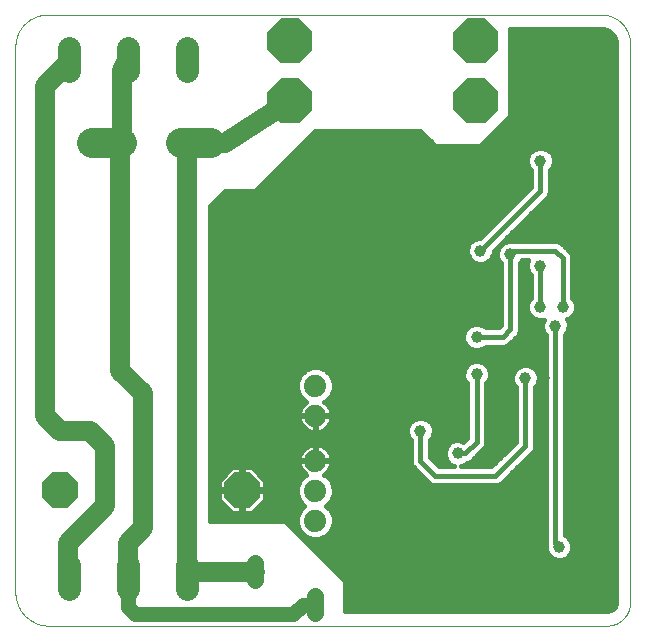
<source format=gbl>
G75*
%MOIN*%
%OFA0B0*%
%FSLAX25Y25*%
%IPPOS*%
%LPD*%
%AMOC8*
5,1,8,0,0,1.08239X$1,22.5*
%
%ADD10C,0.00000*%
%ADD11OC8,0.15000*%
%ADD12C,0.05600*%
%ADD13C,0.10000*%
%ADD14OC8,0.11811*%
%ADD15C,0.07800*%
%ADD16C,0.07400*%
%ADD17C,0.03962*%
%ADD18C,0.01600*%
%ADD19C,0.06600*%
%ADD20C,0.05000*%
D10*
X0012329Y0009583D02*
X0198239Y0009583D01*
X0198428Y0009585D01*
X0198617Y0009592D01*
X0198806Y0009604D01*
X0198995Y0009620D01*
X0199183Y0009640D01*
X0199370Y0009665D01*
X0199557Y0009695D01*
X0199744Y0009729D01*
X0199929Y0009767D01*
X0200113Y0009811D01*
X0200296Y0009858D01*
X0200478Y0009910D01*
X0200659Y0009966D01*
X0200838Y0010027D01*
X0201016Y0010092D01*
X0201192Y0010161D01*
X0201366Y0010235D01*
X0201539Y0010312D01*
X0201710Y0010394D01*
X0201878Y0010480D01*
X0202045Y0010570D01*
X0202209Y0010664D01*
X0202371Y0010762D01*
X0202530Y0010864D01*
X0202688Y0010969D01*
X0202842Y0011079D01*
X0202994Y0011192D01*
X0203143Y0011308D01*
X0203289Y0011429D01*
X0203432Y0011552D01*
X0203572Y0011680D01*
X0203709Y0011810D01*
X0203843Y0011944D01*
X0203973Y0012081D01*
X0204101Y0012221D01*
X0204224Y0012364D01*
X0204345Y0012510D01*
X0204461Y0012659D01*
X0204574Y0012811D01*
X0204684Y0012965D01*
X0204789Y0013123D01*
X0204891Y0013282D01*
X0204989Y0013444D01*
X0205083Y0013608D01*
X0205173Y0013775D01*
X0205259Y0013943D01*
X0205341Y0014114D01*
X0205418Y0014287D01*
X0205492Y0014461D01*
X0205561Y0014637D01*
X0205626Y0014815D01*
X0205687Y0014994D01*
X0205743Y0015175D01*
X0205795Y0015357D01*
X0205842Y0015540D01*
X0205886Y0015724D01*
X0205924Y0015909D01*
X0205958Y0016096D01*
X0205988Y0016283D01*
X0206013Y0016470D01*
X0206033Y0016658D01*
X0206049Y0016847D01*
X0206061Y0017036D01*
X0206068Y0017225D01*
X0206070Y0017414D01*
X0206070Y0203613D01*
X0206067Y0203847D01*
X0206059Y0204080D01*
X0206045Y0204314D01*
X0206025Y0204546D01*
X0205999Y0204779D01*
X0205969Y0205010D01*
X0205932Y0205241D01*
X0205890Y0205471D01*
X0205842Y0205700D01*
X0205789Y0205927D01*
X0205730Y0206154D01*
X0205666Y0206378D01*
X0205597Y0206602D01*
X0205522Y0206823D01*
X0205442Y0207042D01*
X0205356Y0207260D01*
X0205265Y0207475D01*
X0205169Y0207688D01*
X0205068Y0207899D01*
X0204962Y0208107D01*
X0204851Y0208313D01*
X0204735Y0208516D01*
X0204614Y0208716D01*
X0204489Y0208913D01*
X0204358Y0209107D01*
X0204223Y0209297D01*
X0204083Y0209485D01*
X0203939Y0209669D01*
X0203791Y0209849D01*
X0203638Y0210026D01*
X0203481Y0210199D01*
X0203320Y0210368D01*
X0203154Y0210534D01*
X0202985Y0210695D01*
X0202812Y0210852D01*
X0202635Y0211005D01*
X0202455Y0211153D01*
X0202271Y0211297D01*
X0202083Y0211437D01*
X0201893Y0211572D01*
X0201699Y0211703D01*
X0201502Y0211828D01*
X0201302Y0211949D01*
X0201099Y0212065D01*
X0200893Y0212176D01*
X0200685Y0212282D01*
X0200474Y0212383D01*
X0200261Y0212479D01*
X0200046Y0212570D01*
X0199828Y0212656D01*
X0199609Y0212736D01*
X0199388Y0212811D01*
X0199164Y0212880D01*
X0198940Y0212944D01*
X0198713Y0213003D01*
X0198486Y0213056D01*
X0198257Y0213104D01*
X0198027Y0213146D01*
X0197796Y0213183D01*
X0197565Y0213213D01*
X0197332Y0213239D01*
X0197100Y0213259D01*
X0196866Y0213273D01*
X0196633Y0213281D01*
X0196399Y0213284D01*
X0011812Y0213284D01*
X0011554Y0213281D01*
X0011297Y0213272D01*
X0011040Y0213256D01*
X0010783Y0213234D01*
X0010527Y0213206D01*
X0010271Y0213172D01*
X0010017Y0213132D01*
X0009763Y0213085D01*
X0009511Y0213033D01*
X0009260Y0212974D01*
X0009011Y0212909D01*
X0008763Y0212839D01*
X0008517Y0212762D01*
X0008273Y0212680D01*
X0008031Y0212591D01*
X0007791Y0212497D01*
X0007554Y0212397D01*
X0007319Y0212291D01*
X0007086Y0212180D01*
X0006857Y0212063D01*
X0006630Y0211940D01*
X0006406Y0211812D01*
X0006186Y0211679D01*
X0005969Y0211540D01*
X0005755Y0211396D01*
X0005544Y0211248D01*
X0005338Y0211094D01*
X0005135Y0210935D01*
X0004936Y0210771D01*
X0004741Y0210602D01*
X0004550Y0210429D01*
X0004364Y0210251D01*
X0004182Y0210069D01*
X0004004Y0209883D01*
X0003831Y0209692D01*
X0003662Y0209497D01*
X0003498Y0209298D01*
X0003339Y0209095D01*
X0003185Y0208889D01*
X0003037Y0208678D01*
X0002893Y0208464D01*
X0002754Y0208247D01*
X0002621Y0208027D01*
X0002493Y0207803D01*
X0002370Y0207576D01*
X0002253Y0207347D01*
X0002142Y0207114D01*
X0002036Y0206879D01*
X0001936Y0206642D01*
X0001842Y0206402D01*
X0001753Y0206160D01*
X0001671Y0205916D01*
X0001594Y0205670D01*
X0001524Y0205422D01*
X0001459Y0205173D01*
X0001400Y0204922D01*
X0001348Y0204670D01*
X0001301Y0204416D01*
X0001261Y0204162D01*
X0001227Y0203906D01*
X0001199Y0203650D01*
X0001177Y0203393D01*
X0001161Y0203136D01*
X0001152Y0202879D01*
X0001149Y0202621D01*
X0001149Y0020764D01*
X0001152Y0020494D01*
X0001162Y0020224D01*
X0001178Y0019954D01*
X0001201Y0019685D01*
X0001231Y0019416D01*
X0001266Y0019149D01*
X0001309Y0018882D01*
X0001357Y0018616D01*
X0001412Y0018352D01*
X0001474Y0018088D01*
X0001542Y0017827D01*
X0001616Y0017567D01*
X0001696Y0017309D01*
X0001783Y0017053D01*
X0001876Y0016800D01*
X0001974Y0016548D01*
X0002079Y0016299D01*
X0002190Y0016053D01*
X0002307Y0015809D01*
X0002430Y0015568D01*
X0002558Y0015331D01*
X0002692Y0015096D01*
X0002832Y0014865D01*
X0002977Y0014637D01*
X0003128Y0014413D01*
X0003284Y0014193D01*
X0003446Y0013976D01*
X0003612Y0013763D01*
X0003784Y0013555D01*
X0003961Y0013350D01*
X0004142Y0013150D01*
X0004329Y0012955D01*
X0004520Y0012764D01*
X0004715Y0012577D01*
X0004915Y0012396D01*
X0005120Y0012219D01*
X0005328Y0012047D01*
X0005541Y0011881D01*
X0005758Y0011719D01*
X0005978Y0011563D01*
X0006202Y0011412D01*
X0006430Y0011267D01*
X0006661Y0011127D01*
X0006896Y0010993D01*
X0007133Y0010865D01*
X0007374Y0010742D01*
X0007618Y0010625D01*
X0007864Y0010514D01*
X0008113Y0010409D01*
X0008365Y0010311D01*
X0008618Y0010218D01*
X0008874Y0010131D01*
X0009132Y0010051D01*
X0009392Y0009977D01*
X0009653Y0009909D01*
X0009917Y0009847D01*
X0010181Y0009792D01*
X0010447Y0009744D01*
X0010714Y0009701D01*
X0010981Y0009666D01*
X0011250Y0009636D01*
X0011519Y0009613D01*
X0011789Y0009597D01*
X0012059Y0009587D01*
X0012329Y0009584D01*
D11*
X0092649Y0184583D03*
X0092649Y0204583D03*
X0154649Y0204583D03*
X0154649Y0184583D03*
D12*
X0081149Y0030383D02*
X0081149Y0024783D01*
X0101149Y0019383D02*
X0101149Y0013783D01*
D13*
X0066227Y0170528D02*
X0056227Y0170528D01*
X0036542Y0170528D02*
X0026542Y0170528D01*
D14*
X0016070Y0054780D03*
X0076700Y0054780D03*
D15*
X0058349Y0029733D02*
X0058349Y0021933D01*
X0038649Y0021933D02*
X0038649Y0029733D01*
X0018949Y0029733D02*
X0018949Y0021933D01*
X0018949Y0194433D02*
X0018949Y0202233D01*
X0038649Y0202233D02*
X0038649Y0194433D01*
X0058349Y0194433D02*
X0058349Y0202233D01*
D16*
X0101149Y0089583D03*
X0101149Y0079583D03*
X0101149Y0064583D03*
X0101149Y0054583D03*
X0101149Y0044583D03*
D17*
X0136149Y0074583D03*
X0148590Y0067024D03*
X0154899Y0093333D03*
X0154899Y0105833D03*
X0171149Y0092083D03*
X0177399Y0092083D03*
X0181149Y0109583D03*
X0183649Y0115833D03*
X0176149Y0115833D03*
X0176149Y0129583D03*
X0166149Y0133333D03*
X0156149Y0134583D03*
X0136149Y0124583D03*
X0176149Y0164583D03*
X0182399Y0035833D03*
D18*
X0181149Y0037083D01*
X0181149Y0109583D01*
X0177949Y0106587D02*
X0177949Y0036447D01*
X0178018Y0036280D01*
X0178018Y0034962D01*
X0178685Y0033352D01*
X0179917Y0032119D01*
X0181527Y0031452D01*
X0183270Y0031452D01*
X0184880Y0032119D01*
X0186113Y0033352D01*
X0186780Y0034962D01*
X0186780Y0036705D01*
X0186113Y0038315D01*
X0184880Y0039547D01*
X0184349Y0039768D01*
X0184349Y0106587D01*
X0184863Y0107102D01*
X0185530Y0108712D01*
X0185530Y0110455D01*
X0185029Y0111663D01*
X0186130Y0112119D01*
X0187363Y0113352D01*
X0188030Y0114962D01*
X0188030Y0116705D01*
X0187363Y0118315D01*
X0186849Y0118829D01*
X0186849Y0132720D01*
X0186362Y0133896D01*
X0183862Y0136396D01*
X0182961Y0137296D01*
X0181785Y0137783D01*
X0166762Y0137783D01*
X0166596Y0137714D01*
X0165277Y0137714D01*
X0163667Y0137047D01*
X0162435Y0135815D01*
X0161768Y0134205D01*
X0161768Y0132462D01*
X0162435Y0130852D01*
X0162949Y0130337D01*
X0162949Y0109659D01*
X0162323Y0109033D01*
X0157895Y0109033D01*
X0157380Y0109547D01*
X0155770Y0110214D01*
X0154027Y0110214D01*
X0152417Y0109547D01*
X0151185Y0108315D01*
X0150518Y0106705D01*
X0150518Y0104962D01*
X0151185Y0103352D01*
X0152417Y0102119D01*
X0154027Y0101452D01*
X0155770Y0101452D01*
X0157380Y0102119D01*
X0157895Y0102633D01*
X0164285Y0102633D01*
X0165461Y0103120D01*
X0167961Y0105620D01*
X0167961Y0105620D01*
X0168862Y0106521D01*
X0169349Y0107697D01*
X0169349Y0130337D01*
X0169863Y0130852D01*
X0170083Y0131383D01*
X0172152Y0131383D01*
X0171768Y0130455D01*
X0171768Y0128712D01*
X0172435Y0127102D01*
X0172949Y0126587D01*
X0172949Y0118829D01*
X0172435Y0118315D01*
X0171768Y0116705D01*
X0171768Y0114962D01*
X0172435Y0113352D01*
X0173667Y0112119D01*
X0175277Y0111452D01*
X0177020Y0111452D01*
X0177214Y0111533D01*
X0176768Y0110455D01*
X0176768Y0108712D01*
X0177435Y0107102D01*
X0177949Y0106587D01*
X0177444Y0107093D02*
X0169098Y0107093D01*
X0169349Y0108691D02*
X0176776Y0108691D01*
X0176768Y0110290D02*
X0169349Y0110290D01*
X0169349Y0111888D02*
X0174225Y0111888D01*
X0172379Y0113487D02*
X0169349Y0113487D01*
X0169349Y0115085D02*
X0171768Y0115085D01*
X0171768Y0116684D02*
X0169349Y0116684D01*
X0169349Y0118282D02*
X0172421Y0118282D01*
X0172949Y0119881D02*
X0169349Y0119881D01*
X0169349Y0121479D02*
X0172949Y0121479D01*
X0172949Y0123078D02*
X0169349Y0123078D01*
X0169349Y0124676D02*
X0172949Y0124676D01*
X0172949Y0126275D02*
X0169349Y0126275D01*
X0169349Y0127873D02*
X0172115Y0127873D01*
X0171768Y0129472D02*
X0169349Y0129472D01*
X0169953Y0131070D02*
X0172023Y0131070D01*
X0176149Y0129583D02*
X0176149Y0115833D01*
X0183649Y0115833D02*
X0183649Y0132083D01*
X0181149Y0134583D01*
X0167399Y0134583D01*
X0166149Y0133333D01*
X0166149Y0108333D01*
X0163649Y0105833D01*
X0154899Y0105833D01*
X0150959Y0103895D02*
X0066149Y0103895D01*
X0066149Y0102297D02*
X0152239Y0102297D01*
X0150518Y0105494D02*
X0066149Y0105494D01*
X0066149Y0107093D02*
X0150678Y0107093D01*
X0151561Y0108691D02*
X0066149Y0108691D01*
X0066149Y0110290D02*
X0162949Y0110290D01*
X0162949Y0111888D02*
X0066149Y0111888D01*
X0066149Y0113487D02*
X0162949Y0113487D01*
X0162949Y0115085D02*
X0066149Y0115085D01*
X0066149Y0116684D02*
X0162949Y0116684D01*
X0162949Y0118282D02*
X0066149Y0118282D01*
X0066149Y0119881D02*
X0162949Y0119881D01*
X0162949Y0121479D02*
X0066149Y0121479D01*
X0066149Y0123078D02*
X0162949Y0123078D01*
X0162949Y0124676D02*
X0066149Y0124676D01*
X0066149Y0126275D02*
X0162949Y0126275D01*
X0162949Y0127873D02*
X0066149Y0127873D01*
X0066149Y0129472D02*
X0162949Y0129472D01*
X0162344Y0131070D02*
X0158831Y0131070D01*
X0158630Y0130869D02*
X0159863Y0132102D01*
X0160530Y0133712D01*
X0160530Y0134439D01*
X0177961Y0151870D01*
X0178862Y0152771D01*
X0179349Y0153947D01*
X0179349Y0161588D01*
X0179863Y0162102D01*
X0180530Y0163712D01*
X0180530Y0165455D01*
X0179863Y0167065D01*
X0178630Y0168297D01*
X0177020Y0168964D01*
X0175277Y0168964D01*
X0173667Y0168297D01*
X0172435Y0167065D01*
X0171768Y0165455D01*
X0171768Y0163712D01*
X0172435Y0162102D01*
X0172949Y0161588D01*
X0172949Y0155909D01*
X0156004Y0138964D01*
X0155277Y0138964D01*
X0153667Y0138297D01*
X0152435Y0137065D01*
X0151768Y0135455D01*
X0151768Y0133712D01*
X0152435Y0132102D01*
X0153667Y0130869D01*
X0155277Y0130202D01*
X0157020Y0130202D01*
X0158630Y0130869D01*
X0160098Y0132669D02*
X0161768Y0132669D01*
X0161793Y0134267D02*
X0160530Y0134267D01*
X0161957Y0135866D02*
X0162485Y0135866D01*
X0163555Y0137464D02*
X0164673Y0137464D01*
X0165154Y0139063D02*
X0201270Y0139063D01*
X0201270Y0140661D02*
X0166752Y0140661D01*
X0168351Y0142260D02*
X0201270Y0142260D01*
X0201270Y0143858D02*
X0169949Y0143858D01*
X0171548Y0145457D02*
X0201270Y0145457D01*
X0201270Y0147055D02*
X0173146Y0147055D01*
X0174745Y0148654D02*
X0201270Y0148654D01*
X0201270Y0150252D02*
X0176343Y0150252D01*
X0177942Y0151851D02*
X0201270Y0151851D01*
X0201270Y0153449D02*
X0179143Y0153449D01*
X0179349Y0155048D02*
X0201270Y0155048D01*
X0201270Y0156646D02*
X0179349Y0156646D01*
X0179349Y0158245D02*
X0201270Y0158245D01*
X0201270Y0159843D02*
X0179349Y0159843D01*
X0179349Y0161442D02*
X0201270Y0161442D01*
X0201270Y0163040D02*
X0180252Y0163040D01*
X0180530Y0164639D02*
X0201270Y0164639D01*
X0201270Y0166237D02*
X0180206Y0166237D01*
X0179092Y0167836D02*
X0201270Y0167836D01*
X0201270Y0169434D02*
X0096000Y0169434D01*
X0094401Y0167836D02*
X0173205Y0167836D01*
X0172092Y0166237D02*
X0092803Y0166237D01*
X0091204Y0164639D02*
X0171768Y0164639D01*
X0172046Y0163040D02*
X0089606Y0163040D01*
X0088007Y0161442D02*
X0172949Y0161442D01*
X0172949Y0159843D02*
X0086409Y0159843D01*
X0084810Y0158245D02*
X0172949Y0158245D01*
X0172949Y0156646D02*
X0083212Y0156646D01*
X0081613Y0155048D02*
X0172088Y0155048D01*
X0170489Y0153449D02*
X0070015Y0153449D01*
X0071149Y0154583D02*
X0081149Y0154583D01*
X0101149Y0174583D01*
X0136149Y0174583D01*
X0141149Y0169583D01*
X0156149Y0169583D01*
X0166149Y0179583D01*
X0166149Y0208484D01*
X0196399Y0208484D01*
X0197035Y0208442D01*
X0198263Y0208113D01*
X0199364Y0207478D01*
X0200263Y0206578D01*
X0200899Y0205477D01*
X0201228Y0204249D01*
X0201270Y0203613D01*
X0201270Y0017414D01*
X0201233Y0016940D01*
X0200940Y0016038D01*
X0200382Y0015271D01*
X0199615Y0014714D01*
X0198713Y0014421D01*
X0198239Y0014383D01*
X0111149Y0014383D01*
X0111149Y0024583D01*
X0091149Y0044583D01*
X0066149Y0044583D01*
X0066149Y0149583D01*
X0071149Y0154583D01*
X0068416Y0151851D02*
X0168891Y0151851D01*
X0167292Y0150252D02*
X0066818Y0150252D01*
X0066149Y0148654D02*
X0165694Y0148654D01*
X0164095Y0147055D02*
X0066149Y0147055D01*
X0066149Y0145457D02*
X0162497Y0145457D01*
X0160898Y0143858D02*
X0066149Y0143858D01*
X0066149Y0142260D02*
X0159300Y0142260D01*
X0157701Y0140661D02*
X0066149Y0140661D01*
X0066149Y0139063D02*
X0156103Y0139063D01*
X0152834Y0137464D02*
X0066149Y0137464D01*
X0066149Y0135866D02*
X0151938Y0135866D01*
X0151768Y0134267D02*
X0066149Y0134267D01*
X0066149Y0132669D02*
X0152200Y0132669D01*
X0153466Y0131070D02*
X0066149Y0131070D01*
X0066149Y0100698D02*
X0177949Y0100698D01*
X0177949Y0099100D02*
X0066149Y0099100D01*
X0066149Y0097501D02*
X0153513Y0097501D01*
X0154027Y0097714D02*
X0152417Y0097047D01*
X0151185Y0095815D01*
X0150518Y0094205D01*
X0150518Y0092462D01*
X0151185Y0090852D01*
X0151699Y0090337D01*
X0151699Y0072159D01*
X0150511Y0070971D01*
X0149461Y0071405D01*
X0147718Y0071405D01*
X0146108Y0070738D01*
X0144876Y0069506D01*
X0144209Y0067896D01*
X0144209Y0066153D01*
X0144876Y0064543D01*
X0146108Y0063310D01*
X0147380Y0062783D01*
X0142474Y0062783D01*
X0139349Y0065909D01*
X0139349Y0071588D01*
X0139863Y0072102D01*
X0140530Y0073712D01*
X0140530Y0075455D01*
X0139863Y0077065D01*
X0138630Y0078297D01*
X0137020Y0078964D01*
X0135277Y0078964D01*
X0133667Y0078297D01*
X0132435Y0077065D01*
X0131768Y0075455D01*
X0131768Y0073712D01*
X0132435Y0072102D01*
X0132949Y0071588D01*
X0132949Y0063947D01*
X0133436Y0062771D01*
X0138436Y0057771D01*
X0139336Y0056870D01*
X0140512Y0056383D01*
X0161785Y0056383D01*
X0162961Y0056870D01*
X0172961Y0066870D01*
X0173862Y0067771D01*
X0174349Y0068947D01*
X0174349Y0089087D01*
X0174863Y0089602D01*
X0175530Y0091212D01*
X0175530Y0092955D01*
X0174863Y0094565D01*
X0173630Y0095797D01*
X0172020Y0096464D01*
X0170277Y0096464D01*
X0168667Y0095797D01*
X0167435Y0094565D01*
X0166768Y0092955D01*
X0166768Y0091212D01*
X0167435Y0089602D01*
X0167949Y0089087D01*
X0167949Y0070909D01*
X0159823Y0062783D01*
X0149799Y0062783D01*
X0151071Y0063310D01*
X0151585Y0063824D01*
X0151726Y0063824D01*
X0152902Y0064311D01*
X0156711Y0068120D01*
X0157612Y0069021D01*
X0158099Y0070197D01*
X0158099Y0090337D01*
X0158613Y0090852D01*
X0159280Y0092462D01*
X0159280Y0094205D01*
X0158613Y0095815D01*
X0157380Y0097047D01*
X0155770Y0097714D01*
X0154027Y0097714D01*
X0156284Y0097501D02*
X0177949Y0097501D01*
X0177399Y0098333D02*
X0176149Y0099583D01*
X0136149Y0099583D01*
X0136149Y0082083D01*
X0133649Y0079583D01*
X0101149Y0079583D01*
X0101349Y0079383D02*
X0101349Y0074083D01*
X0101582Y0074083D01*
X0102437Y0074219D01*
X0103260Y0074486D01*
X0104031Y0074879D01*
X0104732Y0075388D01*
X0105344Y0076000D01*
X0105853Y0076701D01*
X0106246Y0077472D01*
X0106513Y0078295D01*
X0106649Y0079150D01*
X0106649Y0079383D01*
X0101349Y0079383D01*
X0101349Y0079783D01*
X0106649Y0079783D01*
X0106649Y0080016D01*
X0106513Y0080871D01*
X0106246Y0081695D01*
X0105853Y0082466D01*
X0105344Y0083166D01*
X0104732Y0083778D01*
X0104130Y0084216D01*
X0104604Y0084412D01*
X0106320Y0086128D01*
X0107249Y0088370D01*
X0107249Y0090797D01*
X0106320Y0093039D01*
X0104604Y0094755D01*
X0102362Y0095683D01*
X0099935Y0095683D01*
X0097693Y0094755D01*
X0095977Y0093039D01*
X0095049Y0090797D01*
X0095049Y0088370D01*
X0095977Y0086128D01*
X0097693Y0084412D01*
X0098167Y0084216D01*
X0097566Y0083778D01*
X0096954Y0083166D01*
X0096445Y0082466D01*
X0096052Y0081695D01*
X0095784Y0080871D01*
X0095649Y0080016D01*
X0095649Y0079783D01*
X0100949Y0079783D01*
X0100949Y0079383D01*
X0101349Y0079383D01*
X0100949Y0079383D02*
X0100949Y0074083D01*
X0100716Y0074083D01*
X0099861Y0074219D01*
X0099037Y0074486D01*
X0098266Y0074879D01*
X0097566Y0075388D01*
X0096954Y0076000D01*
X0096445Y0076701D01*
X0096052Y0077472D01*
X0095784Y0078295D01*
X0095649Y0079150D01*
X0095649Y0079383D01*
X0100949Y0079383D01*
X0100949Y0078319D02*
X0101349Y0078319D01*
X0101349Y0076721D02*
X0100949Y0076721D01*
X0100949Y0075122D02*
X0101349Y0075122D01*
X0104366Y0075122D02*
X0131768Y0075122D01*
X0131845Y0073524D02*
X0066149Y0073524D01*
X0066149Y0075122D02*
X0097932Y0075122D01*
X0096434Y0076721D02*
X0066149Y0076721D01*
X0066149Y0078319D02*
X0095780Y0078319D01*
X0095649Y0079918D02*
X0066149Y0079918D01*
X0066149Y0081516D02*
X0095994Y0081516D01*
X0096916Y0083115D02*
X0066149Y0083115D01*
X0066149Y0084713D02*
X0097392Y0084713D01*
X0095901Y0086312D02*
X0066149Y0086312D01*
X0066149Y0087910D02*
X0095239Y0087910D01*
X0095049Y0089509D02*
X0066149Y0089509D01*
X0066149Y0091107D02*
X0095177Y0091107D01*
X0095840Y0092706D02*
X0066149Y0092706D01*
X0066149Y0094304D02*
X0097243Y0094304D01*
X0105054Y0094304D02*
X0150559Y0094304D01*
X0150518Y0092706D02*
X0106458Y0092706D01*
X0107120Y0091107D02*
X0151079Y0091107D01*
X0151699Y0089509D02*
X0107249Y0089509D01*
X0107058Y0087910D02*
X0151699Y0087910D01*
X0151699Y0086312D02*
X0106396Y0086312D01*
X0104905Y0084713D02*
X0151699Y0084713D01*
X0151699Y0083115D02*
X0105381Y0083115D01*
X0106304Y0081516D02*
X0151699Y0081516D01*
X0151699Y0079918D02*
X0106649Y0079918D01*
X0106517Y0078319D02*
X0133720Y0078319D01*
X0132292Y0076721D02*
X0105863Y0076721D01*
X0103260Y0069680D02*
X0102437Y0069948D01*
X0101582Y0070083D01*
X0101349Y0070083D01*
X0101349Y0064783D01*
X0106649Y0064783D01*
X0106649Y0065016D01*
X0106513Y0065871D01*
X0106246Y0066695D01*
X0105853Y0067466D01*
X0105344Y0068166D01*
X0104732Y0068778D01*
X0104031Y0069287D01*
X0103260Y0069680D01*
X0104782Y0068728D02*
X0132949Y0068728D01*
X0132949Y0067130D02*
X0106024Y0067130D01*
X0106567Y0065531D02*
X0132949Y0065531D01*
X0132955Y0063933D02*
X0106614Y0063933D01*
X0106649Y0064150D02*
X0106649Y0064383D01*
X0101349Y0064383D01*
X0101349Y0064783D01*
X0100949Y0064783D01*
X0100949Y0064383D01*
X0095649Y0064383D01*
X0095649Y0064150D01*
X0095784Y0063295D01*
X0096052Y0062472D01*
X0096445Y0061701D01*
X0096954Y0061000D01*
X0097566Y0060388D01*
X0098167Y0059951D01*
X0097693Y0059755D01*
X0095977Y0058039D01*
X0095049Y0055797D01*
X0095049Y0053370D01*
X0095977Y0051128D01*
X0097522Y0049583D01*
X0095977Y0048039D01*
X0095049Y0045797D01*
X0095049Y0043370D01*
X0095977Y0041128D01*
X0097693Y0039412D01*
X0099935Y0038483D01*
X0102362Y0038483D01*
X0104604Y0039412D01*
X0106320Y0041128D01*
X0107249Y0043370D01*
X0107249Y0045797D01*
X0106320Y0048039D01*
X0104775Y0049583D01*
X0106320Y0051128D01*
X0107249Y0053370D01*
X0107249Y0055797D01*
X0106320Y0058039D01*
X0104604Y0059755D01*
X0104130Y0059951D01*
X0104732Y0060388D01*
X0105344Y0061000D01*
X0105853Y0061701D01*
X0106246Y0062472D01*
X0106513Y0063295D01*
X0106649Y0064150D01*
X0106175Y0062334D02*
X0133872Y0062334D01*
X0135471Y0060736D02*
X0105079Y0060736D01*
X0105222Y0059137D02*
X0137069Y0059137D01*
X0138668Y0057539D02*
X0106527Y0057539D01*
X0107189Y0055940D02*
X0177949Y0055940D01*
X0177949Y0054342D02*
X0107249Y0054342D01*
X0106989Y0052743D02*
X0177949Y0052743D01*
X0177949Y0051145D02*
X0106327Y0051145D01*
X0104813Y0049546D02*
X0177949Y0049546D01*
X0177949Y0047948D02*
X0106358Y0047948D01*
X0107020Y0046349D02*
X0177949Y0046349D01*
X0177949Y0044751D02*
X0107249Y0044751D01*
X0107158Y0043152D02*
X0177949Y0043152D01*
X0177949Y0041554D02*
X0106496Y0041554D01*
X0105147Y0039955D02*
X0177949Y0039955D01*
X0177949Y0038357D02*
X0097375Y0038357D01*
X0097150Y0039955D02*
X0095777Y0039955D01*
X0095801Y0041554D02*
X0094178Y0041554D01*
X0095139Y0043152D02*
X0092580Y0043152D01*
X0095049Y0044751D02*
X0066149Y0044751D01*
X0066149Y0046349D02*
X0095277Y0046349D01*
X0095940Y0047948D02*
X0080765Y0047948D01*
X0079892Y0047075D02*
X0084405Y0051588D01*
X0084405Y0054399D01*
X0077081Y0054399D01*
X0077081Y0047075D01*
X0079892Y0047075D01*
X0077081Y0047948D02*
X0076319Y0047948D01*
X0076319Y0047075D02*
X0076319Y0054399D01*
X0077081Y0054399D01*
X0077081Y0055161D01*
X0084405Y0055161D01*
X0084405Y0057972D01*
X0079892Y0062486D01*
X0077081Y0062486D01*
X0077081Y0055161D01*
X0076319Y0055161D01*
X0076319Y0054399D01*
X0068994Y0054399D01*
X0068994Y0051588D01*
X0073508Y0047075D01*
X0076319Y0047075D01*
X0076319Y0049546D02*
X0077081Y0049546D01*
X0077081Y0051145D02*
X0076319Y0051145D01*
X0076319Y0052743D02*
X0077081Y0052743D01*
X0077081Y0054342D02*
X0076319Y0054342D01*
X0076319Y0055161D02*
X0068994Y0055161D01*
X0068994Y0057972D01*
X0073508Y0062486D01*
X0076319Y0062486D01*
X0076319Y0055161D01*
X0076319Y0055940D02*
X0077081Y0055940D01*
X0077081Y0057539D02*
X0076319Y0057539D01*
X0076319Y0059137D02*
X0077081Y0059137D01*
X0077081Y0060736D02*
X0076319Y0060736D01*
X0076319Y0062334D02*
X0077081Y0062334D01*
X0080043Y0062334D02*
X0096122Y0062334D01*
X0095683Y0063933D02*
X0066149Y0063933D01*
X0066149Y0065531D02*
X0095730Y0065531D01*
X0095784Y0065871D02*
X0095649Y0065016D01*
X0095649Y0064783D01*
X0100949Y0064783D01*
X0100949Y0070083D01*
X0100716Y0070083D01*
X0099861Y0069948D01*
X0099037Y0069680D01*
X0098266Y0069287D01*
X0097566Y0068778D01*
X0096954Y0068166D01*
X0096445Y0067466D01*
X0096052Y0066695D01*
X0095784Y0065871D01*
X0096273Y0067130D02*
X0066149Y0067130D01*
X0066149Y0068728D02*
X0097515Y0068728D01*
X0100949Y0068728D02*
X0101349Y0068728D01*
X0101349Y0067130D02*
X0100949Y0067130D01*
X0100949Y0065531D02*
X0101349Y0065531D01*
X0097218Y0060736D02*
X0081642Y0060736D01*
X0083240Y0059137D02*
X0097076Y0059137D01*
X0095770Y0057539D02*
X0084405Y0057539D01*
X0084405Y0055940D02*
X0095108Y0055940D01*
X0095049Y0054342D02*
X0084405Y0054342D01*
X0084405Y0052743D02*
X0095308Y0052743D01*
X0095970Y0051145D02*
X0083962Y0051145D01*
X0082363Y0049546D02*
X0097485Y0049546D01*
X0098974Y0036758D02*
X0177949Y0036758D01*
X0178018Y0035160D02*
X0100573Y0035160D01*
X0102171Y0033561D02*
X0178598Y0033561D01*
X0180295Y0031962D02*
X0103770Y0031962D01*
X0105368Y0030364D02*
X0201270Y0030364D01*
X0201270Y0031962D02*
X0184502Y0031962D01*
X0186200Y0033561D02*
X0201270Y0033561D01*
X0201270Y0035160D02*
X0186780Y0035160D01*
X0186758Y0036758D02*
X0201270Y0036758D01*
X0201270Y0038357D02*
X0186071Y0038357D01*
X0184349Y0039955D02*
X0201270Y0039955D01*
X0201270Y0041554D02*
X0184349Y0041554D01*
X0184349Y0043152D02*
X0201270Y0043152D01*
X0201270Y0044751D02*
X0184349Y0044751D01*
X0184349Y0046349D02*
X0201270Y0046349D01*
X0201270Y0047948D02*
X0184349Y0047948D01*
X0184349Y0049546D02*
X0201270Y0049546D01*
X0201270Y0051145D02*
X0184349Y0051145D01*
X0184349Y0052743D02*
X0201270Y0052743D01*
X0201270Y0054342D02*
X0184349Y0054342D01*
X0184349Y0055940D02*
X0201270Y0055940D01*
X0201270Y0057539D02*
X0184349Y0057539D01*
X0184349Y0059137D02*
X0201270Y0059137D01*
X0201270Y0060736D02*
X0184349Y0060736D01*
X0184349Y0062334D02*
X0201270Y0062334D01*
X0201270Y0063933D02*
X0184349Y0063933D01*
X0184349Y0065531D02*
X0201270Y0065531D01*
X0201270Y0067130D02*
X0184349Y0067130D01*
X0184349Y0068728D02*
X0201270Y0068728D01*
X0201270Y0070327D02*
X0184349Y0070327D01*
X0184349Y0071925D02*
X0201270Y0071925D01*
X0201270Y0073524D02*
X0184349Y0073524D01*
X0184349Y0075122D02*
X0201270Y0075122D01*
X0201270Y0076721D02*
X0184349Y0076721D01*
X0184349Y0078319D02*
X0201270Y0078319D01*
X0201270Y0079918D02*
X0184349Y0079918D01*
X0184349Y0081516D02*
X0201270Y0081516D01*
X0201270Y0083115D02*
X0184349Y0083115D01*
X0184349Y0084713D02*
X0201270Y0084713D01*
X0201270Y0086312D02*
X0184349Y0086312D01*
X0184349Y0087910D02*
X0201270Y0087910D01*
X0201270Y0089509D02*
X0184349Y0089509D01*
X0184349Y0091107D02*
X0201270Y0091107D01*
X0201270Y0092706D02*
X0184349Y0092706D01*
X0184349Y0094304D02*
X0201270Y0094304D01*
X0201270Y0095903D02*
X0184349Y0095903D01*
X0184349Y0097501D02*
X0201270Y0097501D01*
X0201270Y0099100D02*
X0184349Y0099100D01*
X0184349Y0100698D02*
X0201270Y0100698D01*
X0201270Y0102297D02*
X0184349Y0102297D01*
X0184349Y0103895D02*
X0201270Y0103895D01*
X0201270Y0105494D02*
X0184349Y0105494D01*
X0184854Y0107093D02*
X0201270Y0107093D01*
X0201270Y0108691D02*
X0185521Y0108691D01*
X0185530Y0110290D02*
X0201270Y0110290D01*
X0201270Y0111888D02*
X0185572Y0111888D01*
X0187419Y0113487D02*
X0201270Y0113487D01*
X0201270Y0115085D02*
X0188030Y0115085D01*
X0188030Y0116684D02*
X0201270Y0116684D01*
X0201270Y0118282D02*
X0187376Y0118282D01*
X0186849Y0119881D02*
X0201270Y0119881D01*
X0201270Y0121479D02*
X0186849Y0121479D01*
X0186849Y0123078D02*
X0201270Y0123078D01*
X0201270Y0124676D02*
X0186849Y0124676D01*
X0186849Y0126275D02*
X0201270Y0126275D01*
X0201270Y0127873D02*
X0186849Y0127873D01*
X0186849Y0129472D02*
X0201270Y0129472D01*
X0201270Y0131070D02*
X0186849Y0131070D01*
X0186849Y0132669D02*
X0201270Y0132669D01*
X0201270Y0134267D02*
X0185990Y0134267D01*
X0184392Y0135866D02*
X0201270Y0135866D01*
X0201270Y0137464D02*
X0182556Y0137464D01*
X0176149Y0154583D02*
X0176149Y0164583D01*
X0176149Y0154583D02*
X0156149Y0134583D01*
X0136149Y0124583D02*
X0136149Y0099583D01*
X0151272Y0095903D02*
X0066149Y0095903D01*
X0066149Y0071925D02*
X0132611Y0071925D01*
X0132949Y0070327D02*
X0066149Y0070327D01*
X0066149Y0062334D02*
X0073357Y0062334D01*
X0071758Y0060736D02*
X0066149Y0060736D01*
X0066149Y0059137D02*
X0070160Y0059137D01*
X0068994Y0057539D02*
X0066149Y0057539D01*
X0066149Y0055940D02*
X0068994Y0055940D01*
X0068994Y0054342D02*
X0066149Y0054342D01*
X0066149Y0052743D02*
X0068994Y0052743D01*
X0069438Y0051145D02*
X0066149Y0051145D01*
X0066149Y0049546D02*
X0071037Y0049546D01*
X0072635Y0047948D02*
X0066149Y0047948D01*
X0106967Y0028765D02*
X0201270Y0028765D01*
X0201270Y0027167D02*
X0108565Y0027167D01*
X0110164Y0025568D02*
X0201270Y0025568D01*
X0201270Y0023970D02*
X0111149Y0023970D01*
X0111149Y0022371D02*
X0201270Y0022371D01*
X0201270Y0020773D02*
X0111149Y0020773D01*
X0111149Y0019174D02*
X0201270Y0019174D01*
X0201270Y0017576D02*
X0111149Y0017576D01*
X0111149Y0015977D02*
X0200895Y0015977D01*
X0177949Y0057539D02*
X0163630Y0057539D01*
X0165228Y0059137D02*
X0177949Y0059137D01*
X0177949Y0060736D02*
X0166827Y0060736D01*
X0168425Y0062334D02*
X0177949Y0062334D01*
X0177949Y0063933D02*
X0170024Y0063933D01*
X0171622Y0065531D02*
X0177949Y0065531D01*
X0177949Y0067130D02*
X0173221Y0067130D01*
X0174258Y0068728D02*
X0177949Y0068728D01*
X0177949Y0070327D02*
X0174349Y0070327D01*
X0174349Y0071925D02*
X0177949Y0071925D01*
X0177949Y0073524D02*
X0174349Y0073524D01*
X0174349Y0075122D02*
X0177949Y0075122D01*
X0177949Y0076721D02*
X0174349Y0076721D01*
X0174349Y0078319D02*
X0177949Y0078319D01*
X0177949Y0079918D02*
X0174349Y0079918D01*
X0174349Y0081516D02*
X0177949Y0081516D01*
X0177949Y0083115D02*
X0174349Y0083115D01*
X0174349Y0084713D02*
X0177949Y0084713D01*
X0177949Y0086312D02*
X0174349Y0086312D01*
X0174349Y0087910D02*
X0177949Y0087910D01*
X0177949Y0089509D02*
X0174770Y0089509D01*
X0175487Y0091107D02*
X0177949Y0091107D01*
X0177399Y0092083D02*
X0177399Y0098333D01*
X0177949Y0095903D02*
X0173376Y0095903D01*
X0174971Y0094304D02*
X0177949Y0094304D01*
X0177949Y0092706D02*
X0175530Y0092706D01*
X0171149Y0092083D02*
X0171149Y0069583D01*
X0161149Y0059583D01*
X0141149Y0059583D01*
X0136149Y0064583D01*
X0136149Y0074583D01*
X0138578Y0078319D02*
X0151699Y0078319D01*
X0151699Y0076721D02*
X0140005Y0076721D01*
X0140530Y0075122D02*
X0151699Y0075122D01*
X0151699Y0073524D02*
X0140452Y0073524D01*
X0139686Y0071925D02*
X0151465Y0071925D01*
X0154899Y0070833D02*
X0154899Y0093333D01*
X0158719Y0091107D02*
X0166811Y0091107D01*
X0166768Y0092706D02*
X0159280Y0092706D01*
X0159239Y0094304D02*
X0167327Y0094304D01*
X0168922Y0095903D02*
X0158525Y0095903D01*
X0158099Y0089509D02*
X0167527Y0089509D01*
X0167949Y0087910D02*
X0158099Y0087910D01*
X0158099Y0086312D02*
X0167949Y0086312D01*
X0167949Y0084713D02*
X0158099Y0084713D01*
X0158099Y0083115D02*
X0167949Y0083115D01*
X0167949Y0081516D02*
X0158099Y0081516D01*
X0158099Y0079918D02*
X0167949Y0079918D01*
X0167949Y0078319D02*
X0158099Y0078319D01*
X0158099Y0076721D02*
X0167949Y0076721D01*
X0167949Y0075122D02*
X0158099Y0075122D01*
X0158099Y0073524D02*
X0167949Y0073524D01*
X0167949Y0071925D02*
X0158099Y0071925D01*
X0158099Y0070327D02*
X0167367Y0070327D01*
X0165768Y0068728D02*
X0157319Y0068728D01*
X0155721Y0067130D02*
X0164170Y0067130D01*
X0162571Y0065531D02*
X0154122Y0065531D01*
X0151988Y0063933D02*
X0160973Y0063933D01*
X0154899Y0070833D02*
X0151090Y0067024D01*
X0148590Y0067024D01*
X0145485Y0063933D02*
X0141325Y0063933D01*
X0139726Y0065531D02*
X0144466Y0065531D01*
X0144209Y0067130D02*
X0139349Y0067130D01*
X0139349Y0068728D02*
X0144553Y0068728D01*
X0145696Y0070327D02*
X0139349Y0070327D01*
X0157558Y0102297D02*
X0177949Y0102297D01*
X0177949Y0103895D02*
X0166236Y0103895D01*
X0167835Y0105494D02*
X0177949Y0105494D01*
X0157598Y0171033D02*
X0201270Y0171033D01*
X0201270Y0172631D02*
X0159197Y0172631D01*
X0160795Y0174230D02*
X0201270Y0174230D01*
X0201270Y0175829D02*
X0162394Y0175829D01*
X0163992Y0177427D02*
X0201270Y0177427D01*
X0201270Y0179026D02*
X0165591Y0179026D01*
X0166149Y0180624D02*
X0201270Y0180624D01*
X0201270Y0182223D02*
X0166149Y0182223D01*
X0166149Y0183821D02*
X0201270Y0183821D01*
X0201270Y0185420D02*
X0166149Y0185420D01*
X0166149Y0187018D02*
X0201270Y0187018D01*
X0201270Y0188617D02*
X0166149Y0188617D01*
X0166149Y0190215D02*
X0201270Y0190215D01*
X0201270Y0191814D02*
X0166149Y0191814D01*
X0166149Y0193412D02*
X0201270Y0193412D01*
X0201270Y0195011D02*
X0166149Y0195011D01*
X0166149Y0196609D02*
X0201270Y0196609D01*
X0201270Y0198208D02*
X0166149Y0198208D01*
X0166149Y0199806D02*
X0201270Y0199806D01*
X0201270Y0201405D02*
X0166149Y0201405D01*
X0166149Y0203003D02*
X0201270Y0203003D01*
X0201134Y0204602D02*
X0166149Y0204602D01*
X0166149Y0206200D02*
X0200482Y0206200D01*
X0198808Y0207799D02*
X0166149Y0207799D01*
X0197035Y0208442D02*
X0197035Y0208442D01*
X0139699Y0171033D02*
X0097598Y0171033D01*
X0099197Y0172631D02*
X0138101Y0172631D01*
X0136502Y0174230D02*
X0100795Y0174230D01*
D19*
X0092649Y0184583D02*
X0071094Y0170528D01*
X0061149Y0170528D01*
X0058349Y0167728D01*
X0058349Y0029583D01*
X0060349Y0027583D01*
X0081149Y0027583D01*
X0058349Y0025833D02*
X0058349Y0029583D01*
X0043649Y0042083D02*
X0043649Y0087083D01*
X0036149Y0094583D01*
X0036149Y0170135D01*
X0036542Y0170528D01*
X0036542Y0194977D01*
X0038649Y0198333D01*
X0018949Y0198333D02*
X0018649Y0197083D01*
X0011149Y0189583D01*
X0011149Y0079583D01*
X0016149Y0074583D01*
X0026149Y0074583D01*
X0031149Y0069583D01*
X0031149Y0049583D01*
X0018649Y0037083D01*
X0018649Y0027383D01*
X0018949Y0025833D01*
X0038649Y0025833D02*
X0038649Y0037083D01*
X0043649Y0042083D01*
X0056227Y0170528D02*
X0061149Y0170528D01*
D20*
X0038649Y0025833D02*
X0038649Y0015833D01*
X0041149Y0013333D01*
X0093649Y0013333D01*
X0096899Y0016583D01*
X0101149Y0016583D01*
M02*

</source>
